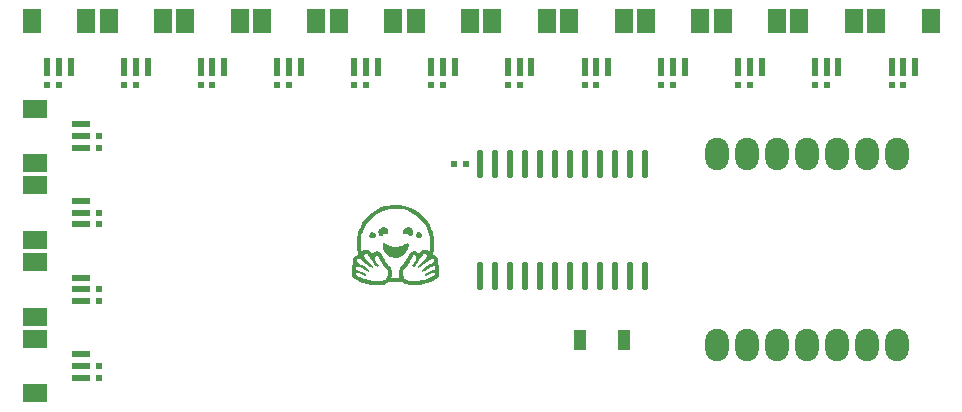
<source format=gbr>
%TF.GenerationSoftware,KiCad,Pcbnew,8.0.1*%
%TF.CreationDate,2025-01-13T07:12:32-05:00*%
%TF.ProjectId,glove-v3,676c6f76-652d-4763-932e-6b696361645f,rev?*%
%TF.SameCoordinates,Original*%
%TF.FileFunction,Paste,Top*%
%TF.FilePolarity,Positive*%
%FSLAX46Y46*%
G04 Gerber Fmt 4.6, Leading zero omitted, Abs format (unit mm)*
G04 Created by KiCad (PCBNEW 8.0.1) date 2025-01-13 07:12:32*
%MOMM*%
%LPD*%
G01*
G04 APERTURE LIST*
G04 Aperture macros list*
%AMRoundRect*
0 Rectangle with rounded corners*
0 $1 Rounding radius*
0 $2 $3 $4 $5 $6 $7 $8 $9 X,Y pos of 4 corners*
0 Add a 4 corners polygon primitive as box body*
4,1,4,$2,$3,$4,$5,$6,$7,$8,$9,$2,$3,0*
0 Add four circle primitives for the rounded corners*
1,1,$1+$1,$2,$3*
1,1,$1+$1,$4,$5*
1,1,$1+$1,$6,$7*
1,1,$1+$1,$8,$9*
0 Add four rect primitives between the rounded corners*
20,1,$1+$1,$2,$3,$4,$5,0*
20,1,$1+$1,$4,$5,$6,$7,0*
20,1,$1+$1,$6,$7,$8,$9,0*
20,1,$1+$1,$8,$9,$2,$3,0*%
G04 Aperture macros list end*
%ADD10C,0.000000*%
%ADD11RoundRect,1.000000X-0.000010X0.375000X-0.000010X-0.375000X0.000010X-0.375000X0.000010X0.375000X0*%
%ADD12R,1.000000X1.800000*%
%ADD13R,0.600000X0.600000*%
%ADD14O,0.570000X2.390000*%
%ADD15R,0.600000X1.550000*%
%ADD16R,1.500000X2.000000*%
%ADD17R,1.550000X0.600000*%
%ADD18R,2.000000X1.500000*%
G04 APERTURE END LIST*
D10*
%TO.C,G\u002A\u002A\u002A*%
G36*
X135751677Y-44360623D02*
G01*
X135825896Y-44401465D01*
X135886416Y-44462076D01*
X135927135Y-44536353D01*
X135941948Y-44617738D01*
X135927205Y-44698237D01*
X135887129Y-44773844D01*
X135827950Y-44834338D01*
X135798543Y-44852968D01*
X135711643Y-44884238D01*
X135626502Y-44883946D01*
X135541183Y-44852968D01*
X135475773Y-44801991D01*
X135426818Y-44731558D01*
X135400547Y-44651889D01*
X135397777Y-44617738D01*
X135405563Y-44566860D01*
X135425126Y-44509037D01*
X135434633Y-44489058D01*
X135485609Y-44423648D01*
X135556042Y-44374693D01*
X135635711Y-44348423D01*
X135669863Y-44345652D01*
X135751677Y-44360623D01*
G37*
G36*
X131830442Y-44360623D02*
G01*
X131904661Y-44401465D01*
X131965181Y-44462076D01*
X132005900Y-44536353D01*
X132020713Y-44617738D01*
X132012927Y-44668616D01*
X131993365Y-44726438D01*
X131983858Y-44746418D01*
X131932881Y-44811828D01*
X131862448Y-44860783D01*
X131782779Y-44887053D01*
X131748628Y-44889824D01*
X131697750Y-44882037D01*
X131639927Y-44862475D01*
X131619948Y-44852968D01*
X131554538Y-44801991D01*
X131505583Y-44731558D01*
X131479312Y-44651889D01*
X131476542Y-44617738D01*
X131484328Y-44566860D01*
X131503891Y-44509037D01*
X131513397Y-44489058D01*
X131564374Y-44423648D01*
X131634807Y-44374693D01*
X131714476Y-44348423D01*
X131748628Y-44345652D01*
X131830442Y-44360623D01*
G37*
G36*
X134888190Y-43927926D02*
G01*
X134987075Y-43968432D01*
X135069587Y-44031283D01*
X135132905Y-44112573D01*
X135174209Y-44208396D01*
X135190676Y-44314844D01*
X135179485Y-44428013D01*
X135170889Y-44460779D01*
X135143568Y-44518686D01*
X135098418Y-44582612D01*
X135044640Y-44641458D01*
X134991436Y-44684125D01*
X134980608Y-44690297D01*
X134947118Y-44707175D01*
X134928572Y-44711443D01*
X134911042Y-44704309D01*
X134899175Y-44697351D01*
X134875991Y-44676514D01*
X134842968Y-44638306D01*
X134814821Y-44601316D01*
X134767490Y-44541525D01*
X134725798Y-44507605D01*
X134681367Y-44496652D01*
X134625818Y-44505758D01*
X134581526Y-44520421D01*
X134525040Y-44538300D01*
X134475939Y-44549140D01*
X134448967Y-44550763D01*
X134411663Y-44530077D01*
X134382716Y-44482839D01*
X134364111Y-44413865D01*
X134357826Y-44329647D01*
X134372253Y-44211089D01*
X134413028Y-44108810D01*
X134477570Y-44025374D01*
X134563303Y-43963348D01*
X134667649Y-43925298D01*
X134775754Y-43913672D01*
X134888190Y-43927926D01*
G37*
G36*
X132774130Y-43926616D02*
G01*
X132873097Y-43966152D01*
X132955095Y-44032751D01*
X133020891Y-44126885D01*
X133028546Y-44141673D01*
X133067780Y-44250873D01*
X133076751Y-44358763D01*
X133055286Y-44461815D01*
X133045467Y-44485696D01*
X133021590Y-44527578D01*
X132993117Y-44549464D01*
X132953613Y-44552511D01*
X132896646Y-44537876D01*
X132850517Y-44520738D01*
X132797634Y-44503773D01*
X132751836Y-44495680D01*
X132732050Y-44496493D01*
X132705906Y-44512128D01*
X132666599Y-44546159D01*
X132621248Y-44592218D01*
X132605708Y-44609497D01*
X132561950Y-44656681D01*
X132524069Y-44692740D01*
X132498193Y-44712019D01*
X132492753Y-44713768D01*
X132468721Y-44704645D01*
X132430115Y-44681234D01*
X132402077Y-44661183D01*
X132322299Y-44581266D01*
X132267752Y-44484091D01*
X132241130Y-44375128D01*
X132238902Y-44329647D01*
X132248135Y-44228234D01*
X132277336Y-44143413D01*
X132330678Y-44063934D01*
X132342697Y-44049860D01*
X132425684Y-43978957D01*
X132526210Y-43932970D01*
X132639321Y-43914045D01*
X132657428Y-43913672D01*
X132774130Y-43926616D01*
G37*
G36*
X134768705Y-45299303D02*
G01*
X134787845Y-45318793D01*
X134789022Y-45320907D01*
X134802151Y-45369671D01*
X134804762Y-45441372D01*
X134797865Y-45529084D01*
X134782471Y-45625883D01*
X134759592Y-45724843D01*
X134730236Y-45819039D01*
X134708292Y-45874134D01*
X134617470Y-46043174D01*
X134505095Y-46189100D01*
X134372302Y-46310939D01*
X134220226Y-46407715D01*
X134050000Y-46478455D01*
X133981970Y-46498007D01*
X133891395Y-46513544D01*
X133781077Y-46520994D01*
X133662204Y-46520515D01*
X133545962Y-46512264D01*
X133443539Y-46496400D01*
X133416602Y-46490029D01*
X133247053Y-46429683D01*
X133093727Y-46342693D01*
X132958299Y-46230926D01*
X132842445Y-46096253D01*
X132747839Y-45940540D01*
X132676157Y-45765658D01*
X132638173Y-45621722D01*
X132618872Y-45506162D01*
X132614435Y-45417072D01*
X132624870Y-45352570D01*
X132639086Y-45323706D01*
X132658383Y-45304063D01*
X132684595Y-45294449D01*
X132721405Y-45295742D01*
X132772498Y-45308819D01*
X132841554Y-45334559D01*
X132932257Y-45373839D01*
X133021028Y-45414734D01*
X133197237Y-45492797D01*
X133355028Y-45551733D01*
X133499691Y-45591488D01*
X133636516Y-45612007D01*
X133770791Y-45613237D01*
X133907807Y-45595123D01*
X134052853Y-45557611D01*
X134211219Y-45500647D01*
X134388193Y-45424176D01*
X134439860Y-45400173D01*
X134547795Y-45351041D01*
X134631323Y-45317143D01*
X134693768Y-45297723D01*
X134738454Y-45292028D01*
X134768705Y-45299303D01*
G37*
G36*
X133813278Y-42045879D02*
G01*
X134134966Y-42073052D01*
X134448171Y-42130019D01*
X134751196Y-42215567D01*
X135042343Y-42328479D01*
X135319917Y-42467541D01*
X135582219Y-42631537D01*
X135827553Y-42819252D01*
X136054223Y-43029471D01*
X136260530Y-43260978D01*
X136444779Y-43512559D01*
X136605272Y-43782998D01*
X136740312Y-44071081D01*
X136778920Y-44169597D01*
X136849476Y-44377162D01*
X136902641Y-44578447D01*
X136939850Y-44781868D01*
X136962536Y-44995839D01*
X136972136Y-45228776D01*
X136972679Y-45305955D01*
X136971161Y-45465950D01*
X136965969Y-45602280D01*
X136956143Y-45723177D01*
X136940722Y-45836871D01*
X136918747Y-45951591D01*
X136889259Y-46075568D01*
X136877788Y-46119637D01*
X136860872Y-46183977D01*
X136847567Y-46235383D01*
X136839652Y-46266935D01*
X136838231Y-46273457D01*
X136852552Y-46277642D01*
X136889135Y-46283548D01*
X136917161Y-46287152D01*
X137025924Y-46315062D01*
X137121524Y-46368604D01*
X137201250Y-46443151D01*
X137262391Y-46534078D01*
X137302234Y-46636760D01*
X137318070Y-46746571D01*
X137307185Y-46858887D01*
X137288575Y-46920716D01*
X137255725Y-47006995D01*
X137311422Y-47072064D01*
X137370419Y-47164666D01*
X137404279Y-47271502D01*
X137412109Y-47385911D01*
X137393017Y-47501229D01*
X137375555Y-47551280D01*
X137355160Y-47603355D01*
X137346735Y-47637045D01*
X137349348Y-47663261D01*
X137362072Y-47692912D01*
X137363281Y-47695326D01*
X137378555Y-47739976D01*
X137390684Y-47800833D01*
X137395527Y-47845294D01*
X137390887Y-47956638D01*
X137361046Y-48059914D01*
X137304769Y-48156605D01*
X137220823Y-48248189D01*
X137107975Y-48336147D01*
X136964993Y-48421960D01*
X136878243Y-48466265D01*
X136613698Y-48582296D01*
X136335798Y-48680632D01*
X136051166Y-48759656D01*
X135766424Y-48817752D01*
X135488192Y-48853304D01*
X135245729Y-48864705D01*
X135028175Y-48856620D01*
X134834846Y-48830037D01*
X134663349Y-48784235D01*
X134511292Y-48718497D01*
X134376280Y-48632103D01*
X134321178Y-48586937D01*
X134245418Y-48520251D01*
X134097369Y-48539814D01*
X133993979Y-48549735D01*
X133868514Y-48555954D01*
X133730694Y-48558478D01*
X133590237Y-48557314D01*
X133456865Y-48552472D01*
X133340296Y-48543957D01*
X133297850Y-48539180D01*
X133142535Y-48519200D01*
X133057774Y-48594076D01*
X132959903Y-48666332D01*
X132840039Y-48732308D01*
X132708162Y-48787223D01*
X132574254Y-48826299D01*
X132571424Y-48826931D01*
X132465175Y-48845080D01*
X132338229Y-48858301D01*
X132201596Y-48866063D01*
X132066287Y-48867834D01*
X131943311Y-48863084D01*
X131900676Y-48859306D01*
X131594360Y-48813930D01*
X131279930Y-48743239D01*
X130965608Y-48649449D01*
X130659615Y-48534771D01*
X130597842Y-48508528D01*
X130441174Y-48432638D01*
X130304027Y-48350088D01*
X130189088Y-48263065D01*
X130099042Y-48173756D01*
X130036578Y-48084350D01*
X130013970Y-48033091D01*
X129992865Y-47936940D01*
X129990620Y-47836529D01*
X130007014Y-47744433D01*
X130019593Y-47710844D01*
X130037154Y-47669466D01*
X130042225Y-47640287D01*
X130034594Y-47608866D01*
X130017526Y-47568614D01*
X129983843Y-47457841D01*
X129976188Y-47342800D01*
X129976255Y-47342372D01*
X130314644Y-47342372D01*
X130318115Y-47404075D01*
X130349477Y-47465307D01*
X130365796Y-47484315D01*
X130420911Y-47528840D01*
X130505365Y-47578705D01*
X130617125Y-47632879D01*
X130754163Y-47690327D01*
X130822124Y-47716443D01*
X130949863Y-47765720D01*
X131049833Y-47807853D01*
X131124985Y-47844690D01*
X131178272Y-47878077D01*
X131212647Y-47909861D01*
X131231060Y-47941887D01*
X131236466Y-47975595D01*
X131232012Y-48017115D01*
X131216931Y-48044041D01*
X131188647Y-48056013D01*
X131144582Y-48052674D01*
X131082159Y-48033665D01*
X130998802Y-47998628D01*
X130891933Y-47947202D01*
X130838643Y-47920235D01*
X130735848Y-47868442D01*
X130655998Y-47830282D01*
X130594117Y-47803732D01*
X130545229Y-47786768D01*
X130504358Y-47777369D01*
X130479748Y-47774359D01*
X130424898Y-47772042D01*
X130390127Y-47778138D01*
X130364055Y-47795127D01*
X130358019Y-47800911D01*
X130328651Y-47843793D01*
X130326555Y-47889167D01*
X130352503Y-47940367D01*
X130403536Y-47997150D01*
X130478953Y-48056553D01*
X130581755Y-48117609D01*
X130707474Y-48178775D01*
X130851644Y-48238508D01*
X131009798Y-48295263D01*
X131177471Y-48347498D01*
X131350197Y-48393668D01*
X131523507Y-48432230D01*
X131692938Y-48461641D01*
X131780638Y-48473104D01*
X131880947Y-48481734D01*
X131996033Y-48487048D01*
X132118214Y-48489121D01*
X132239809Y-48488031D01*
X132353136Y-48483853D01*
X132450516Y-48476664D01*
X132524266Y-48466541D01*
X132528602Y-48465672D01*
X132665157Y-48426442D01*
X132779734Y-48368109D01*
X132876425Y-48287432D01*
X132959324Y-48181169D01*
X133016675Y-48079181D01*
X133049117Y-48010738D01*
X133068855Y-47958397D01*
X133079022Y-47910446D01*
X133082753Y-47855170D01*
X133083128Y-47830823D01*
X133078527Y-47749823D01*
X133061643Y-47673954D01*
X133029882Y-47598132D01*
X132980653Y-47517271D01*
X132911363Y-47426288D01*
X132826963Y-47328487D01*
X132663350Y-47130553D01*
X132521082Y-46926232D01*
X132403380Y-46720582D01*
X132317128Y-46528264D01*
X132271725Y-46431335D01*
X132221405Y-46361301D01*
X132168035Y-46319123D01*
X132113484Y-46305764D01*
X132059619Y-46322185D01*
X132008362Y-46369280D01*
X131977262Y-46426600D01*
X131955046Y-46501655D01*
X131944817Y-46580695D01*
X131947545Y-46638818D01*
X131967737Y-46721923D01*
X132002677Y-46797821D01*
X132056630Y-46873533D01*
X132133862Y-46956082D01*
X132149385Y-46971082D01*
X132206408Y-47026702D01*
X132243560Y-47066834D01*
X132264941Y-47097210D01*
X132274649Y-47123558D01*
X132276794Y-47149197D01*
X132264331Y-47208483D01*
X132227687Y-47247193D01*
X132167982Y-47264362D01*
X132142385Y-47265116D01*
X132088073Y-47257284D01*
X132039731Y-47239821D01*
X132032485Y-47235560D01*
X132008224Y-47211028D01*
X131973166Y-47164366D01*
X131931571Y-47101691D01*
X131887699Y-47029121D01*
X131883004Y-47020948D01*
X131776604Y-46840600D01*
X131674051Y-46678229D01*
X131576775Y-46535735D01*
X131486206Y-46415019D01*
X131403773Y-46317982D01*
X131330906Y-46246524D01*
X131269036Y-46202548D01*
X131266418Y-46201187D01*
X131190013Y-46173094D01*
X131128085Y-46173040D01*
X131082174Y-46200134D01*
X131053822Y-46253486D01*
X131044556Y-46329294D01*
X131048045Y-46379426D01*
X131059881Y-46428385D01*
X131082380Y-46479631D01*
X131117859Y-46536619D01*
X131168633Y-46602810D01*
X131237019Y-46681661D01*
X131325334Y-46776630D01*
X131387674Y-46841570D01*
X131494439Y-46952710D01*
X131580148Y-47043986D01*
X131646741Y-47117803D01*
X131696157Y-47176564D01*
X131730334Y-47222674D01*
X131751213Y-47258538D01*
X131760731Y-47286560D01*
X131761455Y-47305063D01*
X131749610Y-47337589D01*
X131718047Y-47350918D01*
X131711946Y-47351726D01*
X131667818Y-47346869D01*
X131612339Y-47322280D01*
X131543082Y-47276457D01*
X131457616Y-47207896D01*
X131404519Y-47161470D01*
X131320976Y-47089768D01*
X131223396Y-47010817D01*
X131119085Y-46930130D01*
X131015352Y-46853220D01*
X130919502Y-46785601D01*
X130838842Y-46732785D01*
X130826099Y-46725036D01*
X130712863Y-46664695D01*
X130616708Y-46629293D01*
X130538307Y-46618959D01*
X130478330Y-46633819D01*
X130452224Y-46654061D01*
X130419860Y-46697447D01*
X130405600Y-46740861D01*
X130410891Y-46785996D01*
X130437183Y-46834545D01*
X130485923Y-46888201D01*
X130558559Y-46948656D01*
X130656539Y-47017604D01*
X130781312Y-47096738D01*
X130883107Y-47157765D01*
X131037576Y-47250543D01*
X131164912Y-47331064D01*
X131266908Y-47400778D01*
X131345358Y-47461134D01*
X131402054Y-47513584D01*
X131438790Y-47559578D01*
X131457359Y-47600566D01*
X131460537Y-47624772D01*
X131453131Y-47664899D01*
X131437928Y-47689545D01*
X131423566Y-47696922D01*
X131403275Y-47697350D01*
X131373812Y-47689343D01*
X131331931Y-47671418D01*
X131274387Y-47642089D01*
X131197937Y-47599872D01*
X131099335Y-47543282D01*
X131030138Y-47502950D01*
X130874443Y-47414413D01*
X130742117Y-47344952D01*
X130631276Y-47293978D01*
X130540033Y-47260899D01*
X130466504Y-47245124D01*
X130408803Y-47246062D01*
X130365044Y-47263123D01*
X130339900Y-47286573D01*
X130314644Y-47342372D01*
X129976255Y-47342372D01*
X129993698Y-47230759D01*
X130035510Y-47128985D01*
X130076703Y-47070143D01*
X130129261Y-47008741D01*
X130096965Y-46913586D01*
X130073072Y-46798609D01*
X130077170Y-46685177D01*
X130106571Y-46577711D01*
X130158587Y-46480632D01*
X130230526Y-46398363D01*
X130319701Y-46335324D01*
X130423423Y-46295936D01*
X130478269Y-46286658D01*
X130525756Y-46281401D01*
X130556984Y-46277259D01*
X130564255Y-46275655D01*
X130560603Y-46260300D01*
X130550774Y-46220684D01*
X130536452Y-46163574D01*
X130525928Y-46121845D01*
X130493001Y-45985474D01*
X130468259Y-45866206D01*
X130450614Y-45754969D01*
X130438980Y-45642690D01*
X130432268Y-45520297D01*
X130429391Y-45378719D01*
X130429068Y-45313957D01*
X130429854Y-45225782D01*
X130744726Y-45225782D01*
X130749047Y-45508422D01*
X130779607Y-45780146D01*
X130793772Y-45864088D01*
X130804975Y-45920171D01*
X130815585Y-45952101D01*
X130827969Y-45963585D01*
X130844494Y-45958326D01*
X130867528Y-45940031D01*
X130876649Y-45932038D01*
X130965722Y-45874119D01*
X131067606Y-45842590D01*
X131178132Y-45836706D01*
X131293129Y-45855724D01*
X131408426Y-45898898D01*
X131519853Y-45965486D01*
X131623240Y-46054742D01*
X131635373Y-46067437D01*
X131733967Y-46172835D01*
X131764095Y-46134534D01*
X131840403Y-46062199D01*
X131935266Y-46010785D01*
X132041948Y-45981589D01*
X132153713Y-45975907D01*
X132263827Y-45995038D01*
X132336929Y-46024199D01*
X132400731Y-46067761D01*
X132467870Y-46131673D01*
X132529859Y-46206538D01*
X132578209Y-46282962D01*
X132587174Y-46301218D01*
X132657685Y-46453121D01*
X132719070Y-46580057D01*
X132774197Y-46686736D01*
X132825935Y-46777869D01*
X132877156Y-46858164D01*
X132930727Y-46932333D01*
X132989519Y-47005086D01*
X133056401Y-47081132D01*
X133074207Y-47100650D01*
X133186019Y-47229316D01*
X133272929Y-47346004D01*
X133337249Y-47455591D01*
X133381289Y-47562955D01*
X133407362Y-47672973D01*
X133417777Y-47790524D01*
X133418199Y-47826749D01*
X133409834Y-47954574D01*
X133383534Y-48075026D01*
X133341905Y-48189590D01*
X133341623Y-48212197D01*
X133367914Y-48223873D01*
X133396454Y-48226417D01*
X133449017Y-48228168D01*
X133519782Y-48229177D01*
X133602928Y-48229497D01*
X133692631Y-48229178D01*
X133783070Y-48228272D01*
X133868423Y-48226830D01*
X133942867Y-48224903D01*
X134000580Y-48222543D01*
X134035741Y-48219801D01*
X134043674Y-48217918D01*
X134043498Y-48199208D01*
X134033448Y-48160824D01*
X134022691Y-48129890D01*
X133978706Y-47970884D01*
X133966413Y-47811518D01*
X133968858Y-47791223D01*
X134302524Y-47791223D01*
X134308798Y-47895665D01*
X134339286Y-48006540D01*
X134373009Y-48086898D01*
X134444073Y-48205837D01*
X134535719Y-48307260D01*
X134642977Y-48387064D01*
X134760880Y-48441150D01*
X134821596Y-48457134D01*
X134876782Y-48468096D01*
X134923066Y-48477272D01*
X134941633Y-48480941D01*
X134980780Y-48484981D01*
X135044939Y-48487568D01*
X135127147Y-48488770D01*
X135220444Y-48488655D01*
X135317866Y-48487290D01*
X135412452Y-48484742D01*
X135497239Y-48481081D01*
X135565266Y-48476372D01*
X135581835Y-48474714D01*
X135839685Y-48436740D01*
X136094139Y-48379488D01*
X136335851Y-48307445D01*
X136527326Y-48239994D01*
X136690432Y-48173442D01*
X136824224Y-48108238D01*
X136927755Y-48044832D01*
X136984283Y-47999378D01*
X137036442Y-47942444D01*
X137060508Y-47892944D01*
X137057838Y-47845774D01*
X137036148Y-47804534D01*
X137017883Y-47783577D01*
X136994604Y-47773464D01*
X136956387Y-47771678D01*
X136915813Y-47774006D01*
X136877657Y-47778518D01*
X136838105Y-47787769D01*
X136791928Y-47803839D01*
X136733903Y-47828811D01*
X136658801Y-47864763D01*
X136561397Y-47913778D01*
X136549559Y-47919820D01*
X136431538Y-47978448D01*
X136338135Y-48020529D01*
X136266791Y-48046424D01*
X136214943Y-48056496D01*
X136180031Y-48051105D01*
X136159494Y-48030613D01*
X136150771Y-47995382D01*
X136150014Y-47976219D01*
X136156836Y-47940220D01*
X136179167Y-47905843D01*
X136219799Y-47871314D01*
X136281527Y-47834861D01*
X136367146Y-47794710D01*
X136479449Y-47749088D01*
X136550140Y-47722309D01*
X136713342Y-47657697D01*
X136845547Y-47596579D01*
X136947496Y-47538300D01*
X137019930Y-47482201D01*
X137063593Y-47427629D01*
X137079226Y-47373927D01*
X137067571Y-47320439D01*
X137045135Y-47284736D01*
X137008614Y-47255657D01*
X136957290Y-47244125D01*
X136889575Y-47250623D01*
X136803882Y-47275633D01*
X136698622Y-47319636D01*
X136572208Y-47383114D01*
X136423051Y-47466550D01*
X136398092Y-47481125D01*
X136274198Y-47553045D01*
X136174623Y-47608914D01*
X136096740Y-47649957D01*
X136037922Y-47677401D01*
X135995540Y-47692471D01*
X135966968Y-47696394D01*
X135949603Y-47690417D01*
X135928025Y-47653537D01*
X135930331Y-47604111D01*
X135955385Y-47549559D01*
X135975095Y-47523803D01*
X136014073Y-47484461D01*
X136066747Y-47440482D01*
X136136029Y-47389847D01*
X136224830Y-47330534D01*
X136336063Y-47260521D01*
X136472637Y-47177788D01*
X136478708Y-47174162D01*
X136615175Y-47091394D01*
X136725483Y-47021439D01*
X136811988Y-46962564D01*
X136877045Y-46913040D01*
X136923013Y-46871134D01*
X136952245Y-46835115D01*
X136960802Y-46819877D01*
X136977603Y-46754721D01*
X136967256Y-46695995D01*
X136933464Y-46649967D01*
X136879929Y-46622905D01*
X136841780Y-46618368D01*
X136774682Y-46629717D01*
X136688499Y-46662548D01*
X136586092Y-46715038D01*
X136470318Y-46785365D01*
X136344037Y-46871704D01*
X136210108Y-46972234D01*
X136071391Y-47085132D01*
X135965956Y-47176801D01*
X135869696Y-47257812D01*
X135790266Y-47313417D01*
X135726216Y-47344486D01*
X135676096Y-47351890D01*
X135674535Y-47351726D01*
X135639669Y-47340226D01*
X135625801Y-47310736D01*
X135625025Y-47305063D01*
X135626303Y-47282847D01*
X135636283Y-47255746D01*
X135657000Y-47221230D01*
X135690486Y-47176767D01*
X135738778Y-47119826D01*
X135803908Y-47047876D01*
X135887911Y-46958386D01*
X135985846Y-46856066D01*
X136061291Y-46776510D01*
X136132758Y-46698933D01*
X136195879Y-46628246D01*
X136246288Y-46569360D01*
X136279618Y-46527185D01*
X136284538Y-46520174D01*
X136317404Y-46467298D01*
X136334742Y-46423805D01*
X136341315Y-46374317D01*
X136342074Y-46334492D01*
X136333670Y-46253833D01*
X136308242Y-46200227D01*
X136265470Y-46173475D01*
X136205033Y-46173379D01*
X136126608Y-46199739D01*
X136125453Y-46200262D01*
X136062460Y-46241254D01*
X135988375Y-46311917D01*
X135903408Y-46411976D01*
X135807770Y-46541154D01*
X135701671Y-46699174D01*
X135585322Y-46885761D01*
X135518674Y-46997669D01*
X135472409Y-47073669D01*
X135428151Y-47141328D01*
X135389845Y-47194970D01*
X135361433Y-47228919D01*
X135352883Y-47236289D01*
X135309270Y-47254509D01*
X135254908Y-47264566D01*
X135244095Y-47265116D01*
X135176771Y-47255536D01*
X135132035Y-47224115D01*
X135111138Y-47171924D01*
X135109686Y-47149754D01*
X135112392Y-47122050D01*
X135123233Y-47095275D01*
X135146294Y-47063683D01*
X135185661Y-47021530D01*
X135235955Y-46972178D01*
X135292114Y-46914820D01*
X135342585Y-46857494D01*
X135380589Y-46808201D01*
X135395726Y-46783604D01*
X135430132Y-46687320D01*
X135441893Y-46586837D01*
X135431530Y-46489985D01*
X135399563Y-46404595D01*
X135367486Y-46358993D01*
X135315640Y-46318185D01*
X135262035Y-46308504D01*
X135207789Y-46329197D01*
X135154025Y-46379510D01*
X135101861Y-46458689D01*
X135052419Y-46565982D01*
X135049837Y-46572591D01*
X135011278Y-46660375D01*
X134958560Y-46764215D01*
X134897026Y-46874784D01*
X134832017Y-46982751D01*
X134768874Y-47078788D01*
X134727749Y-47135076D01*
X134689258Y-47182493D01*
X134636860Y-47244232D01*
X134578408Y-47311137D01*
X134537970Y-47356281D01*
X134438187Y-47475742D01*
X134366298Y-47585336D01*
X134321384Y-47689138D01*
X134302524Y-47791223D01*
X133968858Y-47791223D01*
X133985525Y-47652905D01*
X134035759Y-47496156D01*
X134116828Y-47342384D01*
X134228448Y-47192700D01*
X134276644Y-47139407D01*
X134455558Y-46929880D01*
X134604224Y-46710535D01*
X134722457Y-46481655D01*
X134747821Y-46421537D01*
X134816194Y-46275771D01*
X134892224Y-46160202D01*
X134977317Y-46073634D01*
X135072879Y-46014872D01*
X135180316Y-45982719D01*
X135272189Y-45975342D01*
X135393696Y-45990043D01*
X135502586Y-46033447D01*
X135596311Y-46104508D01*
X135602821Y-46111091D01*
X135655417Y-46165357D01*
X135765141Y-46055632D01*
X135881078Y-45955965D01*
X135999541Y-45887102D01*
X136122920Y-45847836D01*
X136195613Y-45838286D01*
X136307330Y-45843197D01*
X136411528Y-45871739D01*
X136500142Y-45921294D01*
X136529685Y-45946676D01*
X136579284Y-45995167D01*
X136596639Y-45914243D01*
X136617808Y-45808661D01*
X136633197Y-45712892D01*
X136643597Y-45618160D01*
X136649799Y-45515693D01*
X136652595Y-45396716D01*
X136652928Y-45289950D01*
X136651807Y-45164502D01*
X136648794Y-45062934D01*
X136643304Y-44977141D01*
X136634749Y-44899017D01*
X136622543Y-44820460D01*
X136616555Y-44787357D01*
X136557502Y-44538176D01*
X136474112Y-44286146D01*
X136369915Y-44039677D01*
X136248443Y-43807177D01*
X136122044Y-43609420D01*
X136059317Y-43527835D01*
X135978475Y-43433117D01*
X135885382Y-43331270D01*
X135785903Y-43228297D01*
X135685901Y-43130202D01*
X135591240Y-43042989D01*
X135507784Y-42972660D01*
X135477802Y-42949833D01*
X135213518Y-42776066D01*
X134937608Y-42632116D01*
X134650131Y-42518008D01*
X134351145Y-42433765D01*
X134173391Y-42398751D01*
X134058248Y-42384191D01*
X133921776Y-42374473D01*
X133772661Y-42369586D01*
X133619588Y-42369520D01*
X133471242Y-42374265D01*
X133336308Y-42383812D01*
X133223472Y-42398150D01*
X133213734Y-42399848D01*
X132905031Y-42471143D01*
X132607674Y-42571753D01*
X132323555Y-42700890D01*
X132054572Y-42857765D01*
X131964696Y-42918839D01*
X131887886Y-42978399D01*
X131796950Y-43057467D01*
X131697518Y-43150365D01*
X131595220Y-43251415D01*
X131495687Y-43354942D01*
X131404551Y-43455266D01*
X131327441Y-43546710D01*
X131279804Y-43609420D01*
X131215660Y-43707649D01*
X131146238Y-43826940D01*
X131075863Y-43958704D01*
X131008863Y-44094355D01*
X130949564Y-44225306D01*
X130902292Y-44342970D01*
X130884670Y-44393667D01*
X130813102Y-44660951D01*
X130766266Y-44940807D01*
X130744726Y-45225782D01*
X130429854Y-45225782D01*
X130430532Y-45149818D01*
X130436291Y-45008546D01*
X130447424Y-44881160D01*
X130465011Y-44758679D01*
X130490135Y-44632121D01*
X130523874Y-44492506D01*
X130531346Y-44463767D01*
X130626166Y-44163648D01*
X130748416Y-43878000D01*
X130896364Y-43608100D01*
X131068276Y-43355224D01*
X131262417Y-43120650D01*
X131477055Y-42905656D01*
X131710455Y-42711518D01*
X131960883Y-42539515D01*
X132226607Y-42390923D01*
X132505891Y-42267019D01*
X132797003Y-42169081D01*
X133098209Y-42098387D01*
X133407774Y-42056213D01*
X133723966Y-42043837D01*
X133813278Y-42045879D01*
G37*
%TD*%
D11*
%TO.C,U1*%
X176134400Y-37765800D03*
X173594400Y-37765800D03*
X171054400Y-37765800D03*
X168514400Y-37765800D03*
X165974400Y-37765800D03*
X163434400Y-37765800D03*
X160894400Y-37765800D03*
X160894400Y-53930800D03*
X163434400Y-53930800D03*
X165974400Y-53930800D03*
X168514400Y-53930800D03*
X171054400Y-53930800D03*
X173594400Y-53930800D03*
X176134400Y-53930800D03*
%TD*%
D12*
%TO.C,U3*%
X153050000Y-53450000D03*
X149350000Y-53450000D03*
%TD*%
D13*
%TO.C,C16*%
X139650000Y-38550000D03*
X138650000Y-38550000D03*
%TD*%
D14*
%TO.C,U2*%
X140810000Y-48040000D03*
X142080000Y-48040000D03*
X143350000Y-48040000D03*
X144620000Y-48040000D03*
X145890000Y-48040000D03*
X147170000Y-48040000D03*
X148430000Y-48040000D03*
X149700000Y-48040000D03*
X150970000Y-48040000D03*
X152240000Y-48040000D03*
X153510000Y-48040000D03*
X154790000Y-48040000D03*
X154790000Y-38560000D03*
X153510000Y-38560000D03*
X152240000Y-38560000D03*
X150970000Y-38560000D03*
X149700000Y-38560000D03*
X148430000Y-38560000D03*
X147170000Y-38560000D03*
X145890000Y-38560000D03*
X144620000Y-38560000D03*
X143350000Y-38560000D03*
X142080000Y-38560000D03*
X140810000Y-38560000D03*
%TD*%
D13*
%TO.C,C11*%
X150700000Y-31900000D03*
X149700000Y-31900000D03*
%TD*%
%TO.C,C14*%
X170200000Y-31900000D03*
X169200000Y-31900000D03*
%TD*%
%TO.C,C15*%
X176700000Y-31900000D03*
X175700000Y-31900000D03*
%TD*%
D15*
%TO.C,H13*%
X164700000Y-30380000D03*
X163700000Y-30380000D03*
X162700000Y-30380000D03*
D16*
X161400000Y-26500000D03*
X166000000Y-26500000D03*
%TD*%
D15*
%TO.C,H9*%
X138700000Y-30380000D03*
X137700000Y-30380000D03*
X136700000Y-30380000D03*
D16*
X135400000Y-26500000D03*
X140000000Y-26500000D03*
%TD*%
D15*
%TO.C,H14*%
X171200000Y-30380000D03*
X170200000Y-30380000D03*
X169200000Y-30380000D03*
D16*
X167900000Y-26500000D03*
X172500000Y-26500000D03*
%TD*%
D17*
%TO.C,H2*%
X107040000Y-41700000D03*
X107040000Y-42700000D03*
X107040000Y-43700000D03*
D18*
X103160000Y-45000000D03*
X103160000Y-40400000D03*
%TD*%
D13*
%TO.C,C3*%
X108600000Y-36200000D03*
X108600000Y-37200000D03*
%TD*%
%TO.C,C5*%
X111700000Y-31900000D03*
X110700000Y-31900000D03*
%TD*%
D17*
%TO.C,H3*%
X107040000Y-35200000D03*
X107040000Y-36200000D03*
X107040000Y-37200000D03*
D18*
X103160000Y-38500000D03*
X103160000Y-33900000D03*
%TD*%
D13*
%TO.C,C0*%
X108600000Y-55700000D03*
X108600000Y-56700000D03*
%TD*%
%TO.C,C9*%
X137700000Y-31900000D03*
X136700000Y-31900000D03*
%TD*%
%TO.C,C4*%
X105200000Y-31900000D03*
X104200000Y-31900000D03*
%TD*%
D15*
%TO.C,H10*%
X145200000Y-30380000D03*
X144200000Y-30380000D03*
X143200000Y-30380000D03*
D16*
X141900000Y-26500000D03*
X146500000Y-26500000D03*
%TD*%
D15*
%TO.C,H12*%
X158200000Y-30380000D03*
X157200000Y-30380000D03*
X156200000Y-30380000D03*
D16*
X154900000Y-26500000D03*
X159500000Y-26500000D03*
%TD*%
D13*
%TO.C,C12*%
X157200000Y-31900000D03*
X156200000Y-31900000D03*
%TD*%
D17*
%TO.C,H1*%
X107040000Y-48200000D03*
X107040000Y-49200000D03*
X107040000Y-50200000D03*
D18*
X103160000Y-51500000D03*
X103160000Y-46900000D03*
%TD*%
D13*
%TO.C,C8*%
X131200000Y-31900000D03*
X130200000Y-31900000D03*
%TD*%
%TO.C,C1*%
X108600000Y-49200000D03*
X108600000Y-50200000D03*
%TD*%
%TO.C,C2*%
X108600000Y-42700000D03*
X108600000Y-43700000D03*
%TD*%
%TO.C,C13*%
X163700000Y-31900000D03*
X162700000Y-31900000D03*
%TD*%
%TO.C,C6*%
X118200000Y-31900000D03*
X117200000Y-31900000D03*
%TD*%
D15*
%TO.C,H11*%
X151700000Y-30380000D03*
X150700000Y-30380000D03*
X149700000Y-30380000D03*
D16*
X148400000Y-26500000D03*
X153000000Y-26500000D03*
%TD*%
D15*
%TO.C,H6*%
X119200000Y-30380000D03*
X118200000Y-30380000D03*
X117200000Y-30380000D03*
D16*
X115900000Y-26500000D03*
X120500000Y-26500000D03*
%TD*%
D15*
%TO.C,H7*%
X125700000Y-30380000D03*
X124700000Y-30380000D03*
X123700000Y-30380000D03*
D16*
X122400000Y-26500000D03*
X127000000Y-26500000D03*
%TD*%
D15*
%TO.C,H5*%
X112700000Y-30380000D03*
X111700000Y-30380000D03*
X110700000Y-30380000D03*
D16*
X109400000Y-26500000D03*
X114000000Y-26500000D03*
%TD*%
D15*
%TO.C,H4*%
X106200000Y-30380000D03*
X105200000Y-30380000D03*
X104200000Y-30380000D03*
D16*
X102900000Y-26500000D03*
X107500000Y-26500000D03*
%TD*%
D17*
%TO.C,H0*%
X107052500Y-54700000D03*
X107052500Y-55700000D03*
X107052500Y-56700000D03*
D18*
X103172500Y-58000000D03*
X103172500Y-53400000D03*
%TD*%
D15*
%TO.C,H8*%
X132200000Y-30380000D03*
X131200000Y-30380000D03*
X130200000Y-30380000D03*
D16*
X128900000Y-26500000D03*
X133500000Y-26500000D03*
%TD*%
D13*
%TO.C,C10*%
X144200000Y-31900000D03*
X143200000Y-31900000D03*
%TD*%
D15*
%TO.C,H15*%
X177700000Y-30380000D03*
X176700000Y-30380000D03*
X175700000Y-30380000D03*
D16*
X174400000Y-26500000D03*
X179000000Y-26500000D03*
%TD*%
D13*
%TO.C,C7*%
X124700000Y-31900000D03*
X123700000Y-31900000D03*
%TD*%
M02*

</source>
